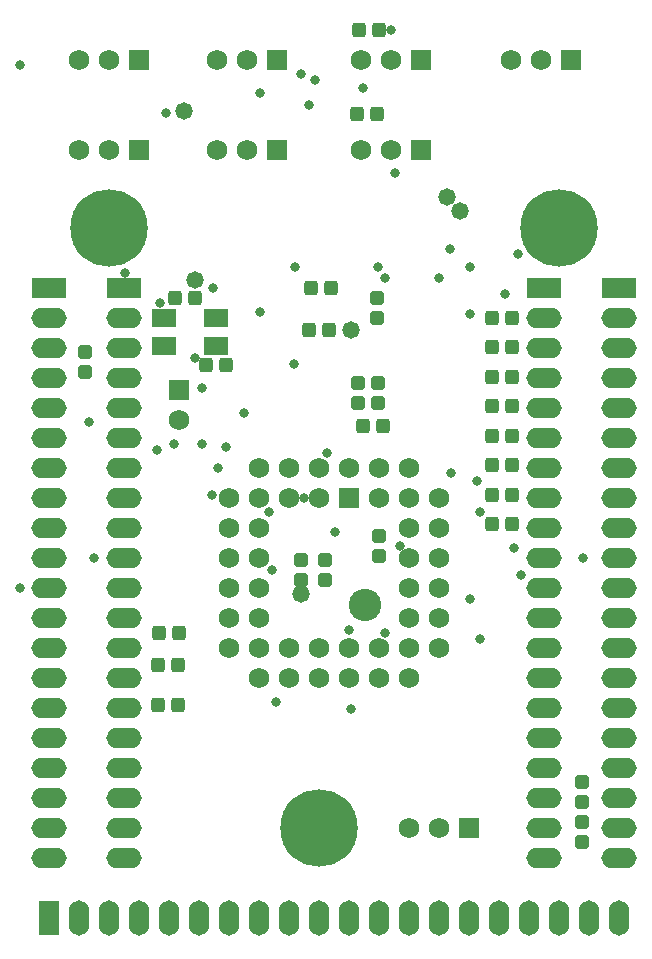
<source format=gbs>
G04 Layer_Color=16711935*
%FSLAX25Y25*%
%MOIN*%
G70*
G01*
G75*
%ADD37C,0.25800*%
%ADD38R,0.11800X0.06800*%
%ADD39O,0.11800X0.06800*%
%ADD40R,0.06800X0.11800*%
%ADD41O,0.06800X0.11800*%
%ADD42C,0.06902*%
%ADD43R,0.06902X0.06902*%
%ADD44R,0.06800X0.06800*%
%ADD45C,0.06800*%
%ADD46R,0.06902X0.06902*%
%ADD47C,0.10800*%
%ADD48C,0.03200*%
%ADD49C,0.05800*%
G04:AMPARAMS|DCode=50|XSize=47.37mil|YSize=43.43mil|CornerRadius=8.43mil|HoleSize=0mil|Usage=FLASHONLY|Rotation=90.000|XOffset=0mil|YOffset=0mil|HoleType=Round|Shape=RoundedRectangle|*
%AMROUNDEDRECTD50*
21,1,0.04737,0.02658,0,0,90.0*
21,1,0.03051,0.04343,0,0,90.0*
1,1,0.01686,0.01329,0.01526*
1,1,0.01686,0.01329,-0.01526*
1,1,0.01686,-0.01329,-0.01526*
1,1,0.01686,-0.01329,0.01526*
%
%ADD50ROUNDEDRECTD50*%
%ADD51R,0.07887X0.06312*%
G04:AMPARAMS|DCode=52|XSize=47.37mil|YSize=43.43mil|CornerRadius=8.43mil|HoleSize=0mil|Usage=FLASHONLY|Rotation=0.000|XOffset=0mil|YOffset=0mil|HoleType=Round|Shape=RoundedRectangle|*
%AMROUNDEDRECTD52*
21,1,0.04737,0.02658,0,0,0.0*
21,1,0.03051,0.04343,0,0,0.0*
1,1,0.01686,0.01526,-0.01329*
1,1,0.01686,-0.01526,-0.01329*
1,1,0.01686,-0.01526,0.01329*
1,1,0.01686,0.01526,0.01329*
%
%ADD52ROUNDEDRECTD52*%
D37*
X380000Y190000D02*
D03*
X310000Y390000D02*
D03*
X460000D02*
D03*
D38*
X290000Y370000D02*
D03*
X480000D02*
D03*
X455000D02*
D03*
X315000D02*
D03*
D39*
X290000Y360000D02*
D03*
Y350000D02*
D03*
Y340000D02*
D03*
Y330000D02*
D03*
Y320000D02*
D03*
Y310000D02*
D03*
Y300000D02*
D03*
Y290000D02*
D03*
Y280000D02*
D03*
Y270000D02*
D03*
Y260000D02*
D03*
Y250000D02*
D03*
Y240000D02*
D03*
Y230000D02*
D03*
Y220000D02*
D03*
Y210000D02*
D03*
Y200000D02*
D03*
Y190000D02*
D03*
Y180000D02*
D03*
X480000Y360000D02*
D03*
Y350000D02*
D03*
Y340000D02*
D03*
Y330000D02*
D03*
Y320000D02*
D03*
Y310000D02*
D03*
Y300000D02*
D03*
Y290000D02*
D03*
Y280000D02*
D03*
Y270000D02*
D03*
Y260000D02*
D03*
Y250000D02*
D03*
Y240000D02*
D03*
Y230000D02*
D03*
Y220000D02*
D03*
Y210000D02*
D03*
Y200000D02*
D03*
Y190000D02*
D03*
Y180000D02*
D03*
X455000Y360000D02*
D03*
Y350000D02*
D03*
Y340000D02*
D03*
Y330000D02*
D03*
Y320000D02*
D03*
Y310000D02*
D03*
Y300000D02*
D03*
Y290000D02*
D03*
Y280000D02*
D03*
Y270000D02*
D03*
Y260000D02*
D03*
Y250000D02*
D03*
Y240000D02*
D03*
Y230000D02*
D03*
Y220000D02*
D03*
Y210000D02*
D03*
Y200000D02*
D03*
Y190000D02*
D03*
Y180000D02*
D03*
X315000Y360000D02*
D03*
Y350000D02*
D03*
Y340000D02*
D03*
Y330000D02*
D03*
Y320000D02*
D03*
Y310000D02*
D03*
Y300000D02*
D03*
Y290000D02*
D03*
Y280000D02*
D03*
Y270000D02*
D03*
Y260000D02*
D03*
Y250000D02*
D03*
Y240000D02*
D03*
Y230000D02*
D03*
Y220000D02*
D03*
Y210000D02*
D03*
Y200000D02*
D03*
Y190000D02*
D03*
Y180000D02*
D03*
D40*
X290000Y160000D02*
D03*
D41*
X300000D02*
D03*
X310000D02*
D03*
X320000D02*
D03*
X330000D02*
D03*
X340000D02*
D03*
X350000D02*
D03*
X360000D02*
D03*
X370000D02*
D03*
X380000D02*
D03*
X390000D02*
D03*
X400000D02*
D03*
X410000D02*
D03*
X420000D02*
D03*
X430000D02*
D03*
X440000D02*
D03*
X450000D02*
D03*
X460000D02*
D03*
X470000D02*
D03*
X480000D02*
D03*
D42*
X444000Y446000D02*
D03*
X454000D02*
D03*
X394000D02*
D03*
X404000D02*
D03*
X356000D02*
D03*
X346000D02*
D03*
X310000D02*
D03*
X300000D02*
D03*
X356000Y416000D02*
D03*
X346000D02*
D03*
X310000D02*
D03*
X300000D02*
D03*
X404000D02*
D03*
X394000D02*
D03*
X420000Y190000D02*
D03*
X410000D02*
D03*
X333300Y326300D02*
D03*
D43*
X464000Y446000D02*
D03*
X414000D02*
D03*
X366000D02*
D03*
X320000D02*
D03*
X366000Y416000D02*
D03*
X320000D02*
D03*
X414000D02*
D03*
X430000Y190000D02*
D03*
D44*
X390000Y300000D02*
D03*
D45*
X410000Y310000D02*
D03*
X350000Y290000D02*
D03*
Y280000D02*
D03*
Y270000D02*
D03*
Y260000D02*
D03*
Y250000D02*
D03*
X360000D02*
D03*
X380000Y310000D02*
D03*
X360000Y290000D02*
D03*
Y280000D02*
D03*
Y270000D02*
D03*
Y260000D02*
D03*
Y240000D02*
D03*
X380000Y300000D02*
D03*
X370000D02*
D03*
Y250000D02*
D03*
Y240000D02*
D03*
Y310000D02*
D03*
X410000Y300000D02*
D03*
X380000Y250000D02*
D03*
Y240000D02*
D03*
X400000Y310000D02*
D03*
X390000D02*
D03*
Y250000D02*
D03*
Y240000D02*
D03*
X360000Y310000D02*
D03*
X400000Y300000D02*
D03*
Y250000D02*
D03*
Y240000D02*
D03*
X350000Y300000D02*
D03*
X410000Y290000D02*
D03*
Y280000D02*
D03*
Y270000D02*
D03*
Y260000D02*
D03*
Y240000D02*
D03*
X360000Y300000D02*
D03*
X420000D02*
D03*
Y290000D02*
D03*
Y280000D02*
D03*
Y270000D02*
D03*
Y260000D02*
D03*
Y250000D02*
D03*
X410000D02*
D03*
D46*
X333300Y336300D02*
D03*
D47*
X395276Y264567D02*
D03*
D48*
X304800Y280000D02*
D03*
X315300Y375300D02*
D03*
X467800Y280000D02*
D03*
X404000Y456000D02*
D03*
X441900Y368268D02*
D03*
X326900Y365300D02*
D03*
X394450Y436950D02*
D03*
X354800Y328600D02*
D03*
X430100Y361568D02*
D03*
X405100Y408400D02*
D03*
X378673Y439573D02*
D03*
X423450Y383300D02*
D03*
X376500Y431000D02*
D03*
X360250Y435300D02*
D03*
X328950Y428600D02*
D03*
X432495Y305800D02*
D03*
X447200Y274500D02*
D03*
X419700Y373400D02*
D03*
X401900D02*
D03*
X371700Y377200D02*
D03*
X338600Y346800D02*
D03*
X348800Y317100D02*
D03*
X326000Y316100D02*
D03*
X446200Y381500D02*
D03*
X365500Y232000D02*
D03*
X382600Y315000D02*
D03*
X430300Y266600D02*
D03*
X375000Y300000D02*
D03*
X385200Y288650D02*
D03*
X401800Y255100D02*
D03*
X373900Y441500D02*
D03*
X280300Y444600D02*
D03*
Y270000D02*
D03*
X399400Y377200D02*
D03*
X430200D02*
D03*
X406900Y284300D02*
D03*
X364350Y276000D02*
D03*
X363200Y295500D02*
D03*
X344200Y301200D02*
D03*
X331643Y318000D02*
D03*
X340800D02*
D03*
Y336800D02*
D03*
X346100Y310000D02*
D03*
X303100Y325500D02*
D03*
X423850Y308400D02*
D03*
X433500Y295600D02*
D03*
Y253100D02*
D03*
X360236Y362205D02*
D03*
X344488Y370079D02*
D03*
X444882Y283465D02*
D03*
X371653Y344881D02*
D03*
X389764Y256299D02*
D03*
X390551Y229921D02*
D03*
D49*
X422400Y400400D02*
D03*
X390550Y356000D02*
D03*
X426825Y395975D02*
D03*
X374000Y268000D02*
D03*
X334700Y429250D02*
D03*
X338646Y372835D02*
D03*
D50*
Y366900D02*
D03*
X331954D02*
D03*
X348846Y344500D02*
D03*
X342154D02*
D03*
X437598Y311024D02*
D03*
X444291D02*
D03*
X437598Y350394D02*
D03*
X444291D02*
D03*
X437598Y360236D02*
D03*
X444291D02*
D03*
X437598Y320866D02*
D03*
X444291D02*
D03*
X437598Y330709D02*
D03*
X444291D02*
D03*
X437598Y340551D02*
D03*
X444291D02*
D03*
X437598Y291339D02*
D03*
X444291D02*
D03*
X437598Y301181D02*
D03*
X444291D02*
D03*
X400000Y456000D02*
D03*
X393307D02*
D03*
X392654Y428000D02*
D03*
X399346D02*
D03*
X377307Y370000D02*
D03*
X384000D02*
D03*
X376654Y356000D02*
D03*
X383346D02*
D03*
X394654Y324000D02*
D03*
X401346D02*
D03*
X333146Y255200D02*
D03*
X326454D02*
D03*
X326054Y231300D02*
D03*
X332746D02*
D03*
X332946Y244400D02*
D03*
X326254D02*
D03*
D51*
X328239Y360124D02*
D03*
X345561D02*
D03*
Y350676D02*
D03*
X328239D02*
D03*
D52*
X302000Y348693D02*
D03*
Y342000D02*
D03*
X382000Y272654D02*
D03*
Y279346D02*
D03*
X374000D02*
D03*
Y272654D02*
D03*
X399800Y287646D02*
D03*
Y280954D02*
D03*
X399400Y338446D02*
D03*
Y331754D02*
D03*
X393000Y338546D02*
D03*
Y331854D02*
D03*
X467600Y192146D02*
D03*
Y185454D02*
D03*
X467400Y205646D02*
D03*
Y198954D02*
D03*
X399213Y366732D02*
D03*
Y360039D02*
D03*
M02*

</source>
